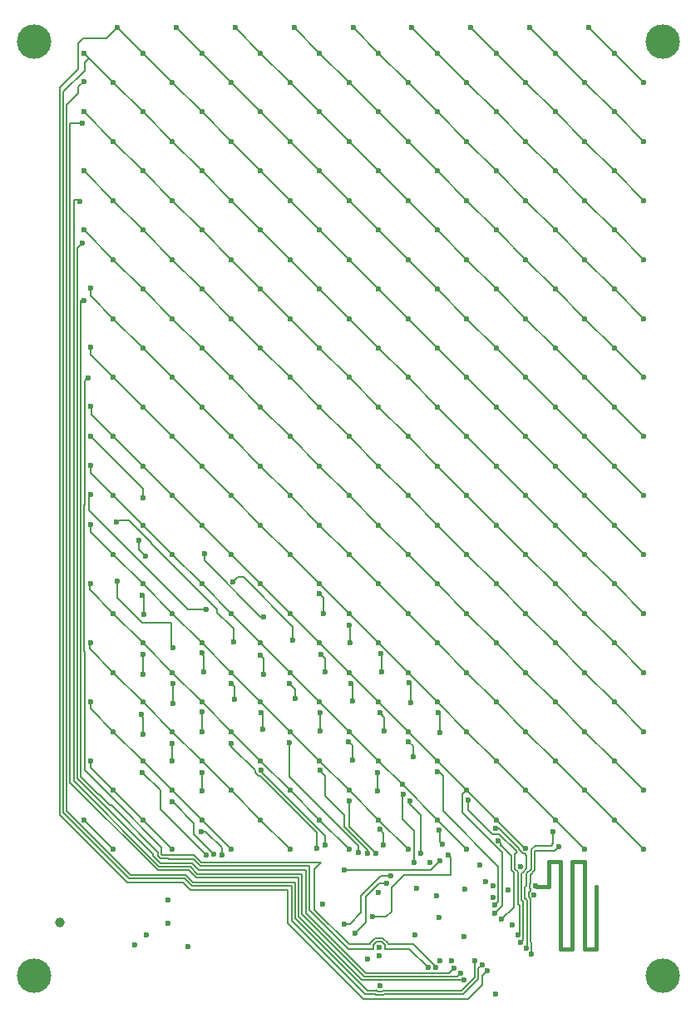
<source format=gbl>
%TF.GenerationSoftware,KiCad,Pcbnew,9.0.1*%
%TF.CreationDate,2025-10-31T14:17:25-04:00*%
%TF.ProjectId,main_display_board,6d61696e-5f64-4697-9370-6c61795f626f,rev?*%
%TF.SameCoordinates,Original*%
%TF.FileFunction,Copper,L4,Bot*%
%TF.FilePolarity,Positive*%
%FSLAX46Y46*%
G04 Gerber Fmt 4.6, Leading zero omitted, Abs format (unit mm)*
G04 Created by KiCad (PCBNEW 9.0.1) date 2025-10-31 14:17:25*
%MOMM*%
%LPD*%
G01*
G04 APERTURE LIST*
%TA.AperFunction,ComponentPad*%
%ADD10C,2.600000*%
%TD*%
%TA.AperFunction,ConnectorPad*%
%ADD11C,3.500000*%
%TD*%
%TA.AperFunction,ViaPad*%
%ADD12C,0.600000*%
%TD*%
%TA.AperFunction,ViaPad*%
%ADD13C,1.000000*%
%TD*%
%TA.AperFunction,Conductor*%
%ADD14C,0.150000*%
%TD*%
%TA.AperFunction,Conductor*%
%ADD15C,0.200000*%
%TD*%
%TA.AperFunction,Conductor*%
%ADD16C,0.400000*%
%TD*%
G04 APERTURE END LIST*
D10*
%TO.P,M3,1,1*%
%TO.N,GND*%
X48475000Y-138437500D03*
D11*
X48475000Y-138437500D03*
%TD*%
D10*
%TO.P,M1,1,1*%
%TO.N,GND*%
X112475000Y-43437500D03*
D11*
X112475000Y-43437500D03*
%TD*%
D10*
%TO.P,M2,1,1*%
%TO.N,GND*%
X48475000Y-43437500D03*
D11*
X48475000Y-43437500D03*
%TD*%
D10*
%TO.P,M4,1,1*%
%TO.N,GND*%
X112475000Y-138437500D03*
D11*
X112475000Y-138437500D03*
%TD*%
D12*
%TO.N,/SMPSLX*%
X89850001Y-126787500D03*
X80125000Y-127737500D03*
%TO.N,/3.3V_PHONE*%
X88824999Y-126927866D03*
X95204624Y-130502865D03*
X83575000Y-129987500D03*
D13*
X51100000Y-133050000D03*
D12*
X59975000Y-134312500D03*
X91025000Y-136927865D03*
X83625000Y-135577865D03*
X94510501Y-128873001D03*
X95507337Y-140304894D03*
%TO.N,LED_6*%
X80575000Y-95625000D03*
X74575000Y-89625000D03*
X101575000Y-116625000D03*
X68575000Y-83625000D03*
X104575000Y-119625000D03*
X83575000Y-98625000D03*
X98575000Y-113625000D03*
X107575000Y-122625000D03*
X77575000Y-92625000D03*
X54280054Y-68575266D03*
X89575000Y-104625000D03*
X62575000Y-77625000D03*
X71575000Y-86625000D03*
X92575000Y-107625000D03*
X56575000Y-71625000D03*
X65575000Y-80625000D03*
X59575000Y-74625000D03*
X99175000Y-136287500D03*
X110575000Y-125625000D03*
X86575000Y-101625000D03*
X95575000Y-110625000D03*
X101975000Y-125337500D03*
%TO.N,LED_28*%
X71575000Y-122625000D03*
X87200000Y-126950000D03*
X54277458Y-104572187D03*
X68575000Y-119625000D03*
X74575000Y-125625000D03*
X59575000Y-110625000D03*
X62575000Y-113625000D03*
X86106985Y-120005515D03*
X65575000Y-116625000D03*
X56575000Y-107625000D03*
%TO.N,LED_19*%
X65600000Y-117850000D03*
X110575000Y-47625000D03*
X66030515Y-101193015D03*
X65500000Y-123850000D03*
X65600000Y-111650000D03*
X65600000Y-113650000D03*
X65800000Y-107550000D03*
X104981351Y-42031351D03*
X67602183Y-126182092D03*
X107575000Y-44625000D03*
X65600000Y-105650000D03*
X54269301Y-89562172D03*
X65600000Y-119650000D03*
%TO.N,LED_2*%
X86575000Y-59625000D03*
X80575000Y-53625000D03*
X83575000Y-56625000D03*
X95575000Y-68625000D03*
X71575000Y-44625000D03*
X77575000Y-50625000D03*
X53425000Y-51775000D03*
X98575000Y-71625000D03*
X74575000Y-47625000D03*
X92319279Y-138931329D03*
X92575000Y-65625000D03*
X107575000Y-80625000D03*
X89575000Y-62625000D03*
X101575000Y-74625000D03*
X110575000Y-83625000D03*
X104575000Y-77625000D03*
X68981351Y-42031351D03*
%TO.N,LED_16*%
X92575000Y-113625000D03*
X89575000Y-110625000D03*
X56575000Y-77625000D03*
X62575000Y-83625000D03*
X59575000Y-80625000D03*
X96100000Y-132750000D03*
X104575000Y-125625000D03*
X86575000Y-107625000D03*
X83575000Y-104625000D03*
X74575000Y-95625000D03*
X71575000Y-92625000D03*
X68575000Y-89625000D03*
X65575000Y-86625000D03*
X98575000Y-119625000D03*
X54225000Y-74587500D03*
X101575000Y-122625000D03*
X95789989Y-124765662D03*
X80575000Y-101625000D03*
X77575000Y-98625000D03*
X95575000Y-116625000D03*
%TO.N,LED_9*%
X92725000Y-120637500D03*
X71575000Y-68625000D03*
X95575000Y-92625000D03*
X110575000Y-107625000D03*
X86575000Y-83625000D03*
X104575000Y-101625000D03*
X56575000Y-53625000D03*
X62575000Y-59625000D03*
X107575000Y-104625000D03*
X77575000Y-74625000D03*
X68575000Y-65625000D03*
X92575000Y-89625000D03*
X59575000Y-56625000D03*
X65575000Y-62625000D03*
X89575000Y-86625000D03*
X74575000Y-71625000D03*
X80575000Y-77625000D03*
X98575000Y-95625000D03*
X97748000Y-134339984D03*
X53575000Y-50625000D03*
X101575000Y-98625000D03*
X83575000Y-80625000D03*
%TO.N,LED_11*%
X80675000Y-104637500D03*
X80738770Y-108770662D03*
X83300000Y-126050000D03*
X80900000Y-116550000D03*
X80600000Y-120650000D03*
X80925000Y-110487500D03*
X80625000Y-102787500D03*
X80534171Y-114706284D03*
%TO.N,LED_15*%
X59575000Y-104625000D03*
X77575000Y-122625000D03*
X90100067Y-125123461D03*
X56575000Y-101625000D03*
X71575000Y-116625000D03*
X80575000Y-125625000D03*
X89775000Y-123687500D03*
X54274713Y-98568874D03*
X68575000Y-113625000D03*
X74575000Y-119625000D03*
X62575000Y-107625000D03*
X65575000Y-110625000D03*
%TO.N,LED_20*%
X62586787Y-120815129D03*
X56975000Y-98337500D03*
X66806422Y-126099818D03*
X62648750Y-108750000D03*
X62600000Y-116650000D03*
X62648750Y-110771025D03*
X62600000Y-114850000D03*
X62650000Y-105100000D03*
%TO.N,LED_23*%
X53975000Y-77637500D03*
X89397551Y-137654098D03*
X92981351Y-42031351D03*
X98575000Y-47625000D03*
X101575000Y-50625000D03*
X104575000Y-53625000D03*
X110575000Y-59625000D03*
X95575000Y-44625000D03*
X107575000Y-56625000D03*
%TO.N,LED_25*%
X95400000Y-131300000D03*
X54239146Y-110654972D03*
X89675000Y-111737500D03*
X89825000Y-113737500D03*
X59575000Y-116625000D03*
X89575000Y-117737500D03*
X68575000Y-125625000D03*
X65575000Y-122625000D03*
X56575000Y-113625000D03*
X62575000Y-119625000D03*
%TO.N,LED_10*%
X83500000Y-117850000D03*
X83725000Y-111737500D03*
X83925000Y-107537500D03*
X53575000Y-122625000D03*
X83775000Y-105737500D03*
X83690164Y-123588694D03*
X84151000Y-113537500D03*
X56575000Y-125625000D03*
X84105114Y-125186625D03*
X83500000Y-119650000D03*
%TO.N,LED_4*%
X101575000Y-92625000D03*
X74575000Y-65625000D03*
X95575000Y-86625000D03*
X107575000Y-98625000D03*
X83575000Y-74625000D03*
X80575000Y-71625000D03*
X110575000Y-101625000D03*
X65575000Y-56625000D03*
X89575000Y-80625000D03*
X98575000Y-89625000D03*
X77575000Y-68625000D03*
X62575000Y-53625000D03*
X71575000Y-62625000D03*
X53575000Y-44625000D03*
X92575000Y-83625000D03*
X104575000Y-95625000D03*
X59575000Y-50625000D03*
X56575000Y-47625000D03*
X68575000Y-59625000D03*
X86575000Y-77625000D03*
X94102318Y-137333083D03*
%TO.N,LED_8*%
X65575000Y-68625000D03*
X104575000Y-107625000D03*
X56575000Y-59625000D03*
X83575000Y-86625000D03*
X68575000Y-71625000D03*
X53575000Y-56625000D03*
X95475000Y-123487500D03*
X86575000Y-89625000D03*
X62575000Y-65625000D03*
X98575000Y-101625000D03*
X59575000Y-62625000D03*
X77575000Y-80625000D03*
X98074738Y-135109091D03*
X89575000Y-92625000D03*
X92575000Y-95625000D03*
X95575000Y-98625000D03*
X74575000Y-77625000D03*
X71575000Y-74625000D03*
X101575000Y-104625000D03*
X80575000Y-83625000D03*
X107575000Y-110625000D03*
X110575000Y-113625000D03*
%TO.N,LED_3*%
X62981351Y-42031351D03*
X93400000Y-136950000D03*
X95575000Y-74625000D03*
X86575000Y-65625000D03*
X89575000Y-68625000D03*
X107575000Y-86625000D03*
X110575000Y-89625000D03*
X104575000Y-83625000D03*
X98575000Y-77625000D03*
X65575000Y-44625000D03*
X101575000Y-80625000D03*
X80575000Y-59625000D03*
X77575000Y-56625000D03*
X68575000Y-47625000D03*
X71575000Y-50625000D03*
X83575000Y-62625000D03*
X92575000Y-71625000D03*
X53600000Y-47500000D03*
X74575000Y-53625000D03*
%TO.N,LED_5*%
X74575000Y-59625000D03*
X68575000Y-53625000D03*
X95575000Y-80625000D03*
X104575000Y-89625000D03*
X89575000Y-74625000D03*
X65575000Y-50625000D03*
X71575000Y-56625000D03*
X80575000Y-65625000D03*
X110575000Y-95625000D03*
X86575000Y-71625000D03*
X94621046Y-137942119D03*
X59575000Y-44625000D03*
X98575000Y-83625000D03*
X92575000Y-77625000D03*
X56981351Y-42031351D03*
X101575000Y-86625000D03*
X77575000Y-62625000D03*
X62575000Y-47625000D03*
X83575000Y-68625000D03*
X107575000Y-92625000D03*
%TO.N,LED_27*%
X86875000Y-110737500D03*
X62575000Y-125625000D03*
X59575000Y-122625000D03*
X86625000Y-114687500D03*
X87075000Y-116237500D03*
X56575000Y-119625000D03*
X86675000Y-108687500D03*
X86813970Y-120712500D03*
X54225000Y-116587500D03*
X87897999Y-126050000D03*
%TO.N,LED_22*%
X110575000Y-65625000D03*
X92575000Y-47625000D03*
X88600001Y-137591542D03*
X101575000Y-56625000D03*
X95575000Y-50625000D03*
X53625000Y-69837500D03*
X104575000Y-59625000D03*
X107575000Y-62625000D03*
X98575000Y-53625000D03*
X89575000Y-44625000D03*
X86981351Y-42031351D03*
%TO.N,LED_0*%
X107575000Y-68625000D03*
X83575000Y-44625000D03*
X80981351Y-42031351D03*
X89575000Y-50625000D03*
X101575000Y-62625000D03*
X91300000Y-137700000D03*
X98575000Y-59625000D03*
X92575000Y-53625000D03*
X86575000Y-47625000D03*
X104575000Y-65625000D03*
X53425000Y-63987500D03*
X110575000Y-71625000D03*
X95575000Y-56625000D03*
%TO.N,LED_18*%
X68900000Y-110350000D03*
X68800000Y-104550000D03*
X77309424Y-125475000D03*
X56925000Y-92337500D03*
X68600000Y-114850000D03*
X68600000Y-108750000D03*
%TO.N,LED_1*%
X110575000Y-77625000D03*
X89575000Y-56625000D03*
X80575000Y-47625000D03*
X107575000Y-74625000D03*
X92575000Y-59625000D03*
X104575000Y-71625000D03*
X53175000Y-59687500D03*
X98575000Y-65625000D03*
X95575000Y-62625000D03*
X77575000Y-44625000D03*
X91900000Y-138250000D03*
X101575000Y-68625000D03*
X83575000Y-50625000D03*
X86575000Y-53625000D03*
X74981351Y-42031351D03*
%TO.N,LED_21*%
X104575000Y-47625000D03*
X66009145Y-126165794D03*
X59581250Y-113931250D03*
X110575000Y-53625000D03*
X59396061Y-111850576D03*
X101575000Y-44625000D03*
X107575000Y-50625000D03*
X59725000Y-101687500D03*
X59575000Y-89887500D03*
X98981351Y-42031351D03*
X59500000Y-117800000D03*
X59575000Y-105787500D03*
X59175000Y-94187500D03*
X59475000Y-99787500D03*
X59625000Y-107787500D03*
X59850000Y-95812500D03*
X54225000Y-83587500D03*
%TO.N,LED_12*%
X78125000Y-107587500D03*
X82423838Y-125987011D03*
X77600000Y-117550000D03*
X77600000Y-111750000D03*
X77575000Y-99587500D03*
X77975000Y-101637500D03*
X77600000Y-113550000D03*
X77725000Y-105787500D03*
%TO.N,LED_7*%
X56575000Y-65625000D03*
X95575000Y-104625000D03*
X62575000Y-71625000D03*
X98575000Y-107625000D03*
X71575000Y-80625000D03*
X104575000Y-113625000D03*
X59575000Y-68625000D03*
X98600000Y-135712500D03*
X65575000Y-74625000D03*
X80575000Y-89625000D03*
X86575000Y-95625000D03*
X74575000Y-83625000D03*
X110575000Y-119625000D03*
X89575000Y-98625000D03*
X107575000Y-116625000D03*
X92575000Y-101625000D03*
X101575000Y-110625000D03*
X101375000Y-123837500D03*
X53575000Y-62625000D03*
X68575000Y-77625000D03*
X77575000Y-86625000D03*
X83575000Y-92625000D03*
%TO.N,LED_24*%
X83575000Y-110625000D03*
X92575000Y-119625000D03*
X56575000Y-83625000D03*
X80575000Y-107625000D03*
X74575000Y-101625000D03*
X86575000Y-113625000D03*
X95453215Y-132098231D03*
X98569588Y-125486011D03*
X77575000Y-104625000D03*
X65575000Y-92625000D03*
X54273798Y-80567757D03*
X71575000Y-98625000D03*
X68575000Y-95625000D03*
X62575000Y-89625000D03*
X59575000Y-86625000D03*
X89575000Y-116625000D03*
X95575000Y-122625000D03*
%TO.N,LED_14*%
X54290712Y-86587404D03*
X85981250Y-119031250D03*
X80575000Y-113625000D03*
X74575000Y-107625000D03*
X65575000Y-98625000D03*
X68575000Y-101625000D03*
X62575000Y-95625000D03*
X77575000Y-110625000D03*
X59575000Y-92625000D03*
X56575000Y-89625000D03*
X89575000Y-122625000D03*
X83575000Y-116625000D03*
X92575000Y-125625000D03*
X71575000Y-104625000D03*
%TO.N,/SMPSFB*%
X82947787Y-132477213D03*
X90649999Y-126212500D03*
%TO.N,LED_13*%
X74500000Y-108750000D03*
X68759024Y-98381883D03*
X74500000Y-114750000D03*
X81520248Y-125946187D03*
X74875000Y-104387500D03*
X75100000Y-110250000D03*
%TO.N,GND*%
X97230558Y-133269463D03*
X58750000Y-135350000D03*
X89775000Y-132527865D03*
X96750000Y-129787500D03*
X62150000Y-133100000D03*
X92275000Y-134477865D03*
X89825000Y-136977865D03*
X87425000Y-129577865D03*
X92325000Y-129627865D03*
X87275000Y-134327865D03*
X95205624Y-129352865D03*
X62150000Y-130800000D03*
X82425000Y-136777865D03*
X77925000Y-131187500D03*
X83625000Y-136457865D03*
X98059525Y-127347025D03*
X83700000Y-139506329D03*
X89525000Y-130327865D03*
X64175000Y-135487500D03*
X99425000Y-130225000D03*
X93851897Y-127187026D03*
%TO.N,SERIAL_D+*%
X81150000Y-134175000D03*
X84375000Y-129037500D03*
%TO.N,SERIAL_D-*%
X80100000Y-133225000D03*
X84800000Y-128312500D03*
%TO.N,/ANTENNA*%
X99565572Y-129365482D03*
%TO.N,LED_17*%
X71615129Y-117597461D03*
X78100612Y-125140009D03*
X71500000Y-105850000D03*
X71850000Y-107800000D03*
X71800000Y-113450000D03*
X71875000Y-101937500D03*
X71600000Y-111750000D03*
X65825000Y-95537500D03*
%TO.N,LED_26*%
X68575000Y-107625000D03*
X77575000Y-116625000D03*
X62575000Y-101625000D03*
X59575000Y-98625000D03*
X54280054Y-92575266D03*
X83575000Y-122625000D03*
X65575000Y-104625000D03*
X56575000Y-95625000D03*
X86575000Y-125625000D03*
X74575000Y-113625000D03*
X71575000Y-110625000D03*
X80575000Y-119625000D03*
%TD*%
D14*
%TO.N,/SMPSLX*%
X88900001Y-127737500D02*
X89850001Y-126787500D01*
X80125000Y-127737500D02*
X88900001Y-127737500D01*
X89850001Y-126787500D02*
X89625000Y-126787500D01*
D15*
%TO.N,LED_6*%
X59575000Y-74625000D02*
X62575000Y-77625000D01*
D14*
X99025000Y-130639588D02*
X98849000Y-130463588D01*
D15*
X68575000Y-83625000D02*
X71575000Y-86625000D01*
D14*
X101475000Y-125787500D02*
X101925000Y-125337500D01*
D15*
X83575000Y-98625000D02*
X86575000Y-101625000D01*
X56575000Y-71625000D02*
X59575000Y-74625000D01*
X107575000Y-122625000D02*
X110575000Y-125625000D01*
X92575000Y-107625000D02*
X95575000Y-110625000D01*
X95575000Y-110625000D02*
X98575000Y-113625000D01*
D14*
X98849000Y-129986412D02*
X99025000Y-129810412D01*
X99025000Y-129091466D02*
X99025000Y-128187500D01*
X99475000Y-127737500D02*
X99475000Y-125787500D01*
D15*
X77575000Y-92625000D02*
X80575000Y-95625000D01*
X54280054Y-68575266D02*
X54280054Y-69330054D01*
X71575000Y-86625000D02*
X74575000Y-89625000D01*
X74575000Y-89625000D02*
X77575000Y-92625000D01*
X62575000Y-77625000D02*
X65575000Y-80625000D01*
X65575000Y-80625000D02*
X68575000Y-83625000D01*
D14*
X99475000Y-125787500D02*
X101475000Y-125787500D01*
X99025000Y-129639498D02*
X98989572Y-129604070D01*
D15*
X104575000Y-119625000D02*
X107575000Y-122625000D01*
D14*
X98849000Y-130463588D02*
X98849000Y-129986412D01*
X99025000Y-135025000D02*
X99025000Y-130639588D01*
X98989572Y-129126894D02*
X99025000Y-129091466D01*
D15*
X98575000Y-113625000D02*
X101575000Y-116625000D01*
X80575000Y-95625000D02*
X83575000Y-98625000D01*
X101575000Y-116625000D02*
X104575000Y-119625000D01*
D14*
X99025000Y-128187500D02*
X99475000Y-127737500D01*
X99175000Y-136287500D02*
X99175000Y-135175000D01*
D15*
X54280054Y-69330054D02*
X56575000Y-71625000D01*
D14*
X99175000Y-135175000D02*
X99025000Y-135025000D01*
X99025000Y-129810412D02*
X99025000Y-129639498D01*
D15*
X86575000Y-101625000D02*
X89575000Y-104625000D01*
D14*
X98989572Y-129604070D02*
X98989572Y-129126894D01*
D15*
X89575000Y-104625000D02*
X92575000Y-107625000D01*
D14*
%TO.N,LED_28*%
X85975000Y-120137500D02*
X86106985Y-120005515D01*
X86500000Y-123050000D02*
X85975000Y-122525000D01*
D15*
X59575000Y-110625000D02*
X62575000Y-113625000D01*
D14*
X85975000Y-122525000D02*
X85975000Y-120137500D01*
D15*
X71575000Y-122625000D02*
X74575000Y-125625000D01*
X54277458Y-104572187D02*
X54175000Y-104674645D01*
X65575000Y-116625000D02*
X68575000Y-119625000D01*
D14*
X87200000Y-123750000D02*
X86500000Y-123050000D01*
D15*
X68575000Y-119625000D02*
X71575000Y-122625000D01*
D14*
X87200000Y-126950000D02*
X87200000Y-123750000D01*
D15*
X56575000Y-107625000D02*
X59575000Y-110625000D01*
X54175000Y-105225000D02*
X56575000Y-107625000D01*
X54175000Y-104674645D02*
X54175000Y-105225000D01*
X62575000Y-113625000D02*
X65575000Y-116625000D01*
D14*
%TO.N,LED_19*%
X65600000Y-113650000D02*
X65600000Y-111650000D01*
X65700000Y-105850000D02*
X65700000Y-105750000D01*
X65800000Y-107550000D02*
X65800000Y-105950000D01*
X65700000Y-105750000D02*
X65600000Y-105650000D01*
X65800000Y-105950000D02*
X65700000Y-105850000D01*
X67602183Y-125466771D02*
X65985412Y-123850000D01*
X54101162Y-91113662D02*
X64180515Y-101193015D01*
X65985412Y-123850000D02*
X65500000Y-123850000D01*
D15*
X107575000Y-44625000D02*
X110575000Y-47625000D01*
D14*
X65600000Y-119650000D02*
X65600000Y-117850000D01*
X67602183Y-126182092D02*
X67602183Y-125466771D01*
D15*
X104981351Y-42031351D02*
X107575000Y-44625000D01*
D14*
X54269301Y-89562172D02*
X54101162Y-89730311D01*
X64180515Y-101193015D02*
X66030515Y-101193015D01*
X54101162Y-89730311D02*
X54101162Y-91113662D01*
D15*
%TO.N,LED_2*%
X89575000Y-62625000D02*
X92575000Y-65625000D01*
D14*
X53425000Y-51775000D02*
X53450000Y-51750000D01*
D15*
X104575000Y-77625000D02*
X107575000Y-80625000D01*
X95575000Y-68625000D02*
X98575000Y-71625000D01*
D14*
X75425000Y-128451000D02*
X64980418Y-128451000D01*
X92319279Y-138931329D02*
X81868829Y-138931329D01*
D15*
X83575000Y-56625000D02*
X86575000Y-59625000D01*
D14*
X52174000Y-51787500D02*
X53412500Y-51787500D01*
D15*
X86575000Y-59625000D02*
X89575000Y-62625000D01*
X107575000Y-80625000D02*
X110575000Y-83625000D01*
X77575000Y-50625000D02*
X80575000Y-53625000D01*
X98575000Y-71625000D02*
X101575000Y-74625000D01*
X80575000Y-53625000D02*
X83575000Y-56625000D01*
X92575000Y-65625000D02*
X95575000Y-68625000D01*
D14*
X61099738Y-127735291D02*
X52174000Y-118809553D01*
X52174000Y-118809553D02*
X52174000Y-51787500D01*
D15*
X74575000Y-47625000D02*
X77575000Y-50625000D01*
D14*
X81868829Y-138931329D02*
X75425000Y-132487500D01*
D15*
X71575000Y-44625000D02*
X74575000Y-47625000D01*
X101575000Y-74625000D02*
X104575000Y-77625000D01*
D14*
X75425000Y-132487500D02*
X75425000Y-128451000D01*
D15*
X68981351Y-42031351D02*
X71575000Y-44625000D01*
D14*
X53412500Y-51787500D02*
X53425000Y-51775000D01*
X64264709Y-127735291D02*
X61099738Y-127735291D01*
X64980418Y-128451000D02*
X64264709Y-127735291D01*
%TO.N,LED_16*%
X95917678Y-124955178D02*
X96125000Y-125162500D01*
X96125000Y-125237500D02*
X97125000Y-126237500D01*
D15*
X89575000Y-110625000D02*
X92575000Y-113625000D01*
X80575000Y-101625000D02*
X83575000Y-104625000D01*
X68575000Y-89625000D02*
X71575000Y-92625000D01*
X92575000Y-113625000D02*
X95575000Y-116625000D01*
X101575000Y-122625000D02*
X104575000Y-125625000D01*
X83575000Y-104625000D02*
X86575000Y-107625000D01*
X71575000Y-92625000D02*
X74575000Y-95625000D01*
X62575000Y-83625000D02*
X65575000Y-86625000D01*
X65575000Y-86625000D02*
X68575000Y-89625000D01*
D14*
X97326000Y-131524000D02*
X96100000Y-132750000D01*
D15*
X98575000Y-119625000D02*
X101575000Y-122625000D01*
D14*
X97125000Y-126237500D02*
X97125000Y-127741889D01*
D15*
X77575000Y-98625000D02*
X80575000Y-101625000D01*
X95575000Y-116625000D02*
X98575000Y-119625000D01*
X54225000Y-75275000D02*
X56575000Y-77625000D01*
X74575000Y-95625000D02*
X77575000Y-98625000D01*
X54225000Y-74587500D02*
X54225000Y-75275000D01*
X86575000Y-107625000D02*
X89575000Y-110625000D01*
D14*
X97125000Y-127741889D02*
X97326000Y-127942889D01*
X95917678Y-124893351D02*
X95917678Y-124955178D01*
D15*
X56575000Y-77625000D02*
X59575000Y-80625000D01*
X59575000Y-80625000D02*
X62575000Y-83625000D01*
D14*
X96025000Y-125000674D02*
X96025000Y-125237500D01*
X95789989Y-124765662D02*
X96025000Y-125000674D01*
X97326000Y-127942889D02*
X97326000Y-131524000D01*
X96125000Y-125162500D02*
X96125000Y-125237500D01*
X95789989Y-124765662D02*
X95917678Y-124893351D01*
D15*
%TO.N,LED_9*%
X104575000Y-101625000D02*
X107575000Y-104625000D01*
X74575000Y-71625000D02*
X77575000Y-74625000D01*
X95575000Y-92625000D02*
X98575000Y-95625000D01*
D14*
X97972000Y-134187500D02*
X97900484Y-134187500D01*
D15*
X62575000Y-59625000D02*
X65575000Y-62625000D01*
D14*
X95713588Y-124063500D02*
X95739588Y-124037500D01*
X97667550Y-125894950D02*
X97483525Y-126078975D01*
X95739588Y-124037500D02*
X95875000Y-124037500D01*
X97972000Y-131382889D02*
X97972000Y-134187500D01*
D15*
X98575000Y-95625000D02*
X101575000Y-98625000D01*
D14*
X92725000Y-120637500D02*
X92725000Y-121587500D01*
D15*
X53575000Y-50625000D02*
X56575000Y-53625000D01*
D14*
X92725000Y-121587500D02*
X95175000Y-124037500D01*
D15*
X77575000Y-74625000D02*
X80575000Y-77625000D01*
X59575000Y-56625000D02*
X62575000Y-59625000D01*
X65575000Y-62625000D02*
X68575000Y-65625000D01*
D14*
X95236412Y-124063500D02*
X95713588Y-124063500D01*
D15*
X92575000Y-89625000D02*
X95575000Y-92625000D01*
D14*
X97642588Y-125809221D02*
X97642588Y-125869987D01*
D15*
X101575000Y-98625000D02*
X104575000Y-101625000D01*
D14*
X97900484Y-134187500D02*
X97748000Y-134339984D01*
D15*
X83575000Y-80625000D02*
X86575000Y-83625000D01*
X68575000Y-65625000D02*
X71575000Y-68625000D01*
D14*
X97483525Y-126078975D02*
X97483525Y-127604025D01*
D15*
X89575000Y-86625000D02*
X92575000Y-89625000D01*
X107575000Y-104625000D02*
X110575000Y-107625000D01*
D14*
X97642588Y-125869987D02*
X97667550Y-125894950D01*
X97796000Y-131206888D02*
X97972000Y-131382889D01*
X97548000Y-125714632D02*
X97642588Y-125809221D01*
D15*
X71575000Y-68625000D02*
X74575000Y-71625000D01*
D14*
X97796000Y-127916500D02*
X97796000Y-131206888D01*
D15*
X80575000Y-77625000D02*
X83575000Y-80625000D01*
D14*
X95175000Y-124037500D02*
X95210412Y-124037500D01*
D15*
X56575000Y-53625000D02*
X59575000Y-56625000D01*
D14*
X95210412Y-124037500D02*
X95236412Y-124063500D01*
X95875000Y-124037500D02*
X97548000Y-125710500D01*
X97483525Y-127604025D02*
X97796000Y-127916500D01*
D15*
X86575000Y-83625000D02*
X89575000Y-86625000D01*
D14*
X97548000Y-125710500D02*
X97548000Y-125714632D01*
%TO.N,LED_11*%
X80675000Y-104637500D02*
X80675000Y-102837500D01*
X80925000Y-110487500D02*
X80925000Y-108987500D01*
X80600000Y-123350000D02*
X80600000Y-120650000D01*
X80925000Y-108987500D02*
X80725000Y-108787500D01*
X83300000Y-126050000D02*
X80600000Y-123350000D01*
X80675000Y-102837500D02*
X80625000Y-102787500D01*
X80900000Y-116550000D02*
X80900000Y-115050000D01*
X80900000Y-115050000D02*
X80600000Y-114750000D01*
%TO.N,LED_15*%
X90100067Y-125123461D02*
X89843143Y-124866537D01*
X89843143Y-124866537D02*
X89843143Y-123755643D01*
D15*
X71575000Y-116625000D02*
X74575000Y-119625000D01*
X65575000Y-110625000D02*
X68575000Y-113625000D01*
X59575000Y-104625000D02*
X62575000Y-107625000D01*
X54175000Y-99225000D02*
X56575000Y-101625000D01*
X56575000Y-101625000D02*
X59575000Y-104625000D01*
X62575000Y-107625000D02*
X65575000Y-110625000D01*
X54175000Y-98668587D02*
X54175000Y-99225000D01*
X77575000Y-122625000D02*
X80575000Y-125625000D01*
X74575000Y-119625000D02*
X77575000Y-122625000D01*
X54274713Y-98568874D02*
X54175000Y-98668587D01*
X68575000Y-113625000D02*
X71575000Y-116625000D01*
D14*
X89843143Y-123755643D02*
X89775000Y-123687500D01*
%TO.N,LED_20*%
X62500000Y-102550000D02*
X59487500Y-102550000D01*
X62700000Y-120850000D02*
X62600000Y-120850000D01*
X56975000Y-100037500D02*
X56975000Y-98337500D01*
X59487500Y-102550000D02*
X56975000Y-100037500D01*
X62650000Y-105100000D02*
X62500000Y-104950000D01*
X66806422Y-126099818D02*
X64800000Y-124093396D01*
X62648750Y-108750000D02*
X62648750Y-108698750D01*
X62500000Y-104950000D02*
X62500000Y-102550000D01*
X64800000Y-124093396D02*
X64800000Y-122950000D01*
X64800000Y-122950000D02*
X62700000Y-120850000D01*
X62600000Y-116650000D02*
X62600000Y-114850000D01*
X62648750Y-110771025D02*
X62648750Y-108750000D01*
D15*
%TO.N,LED_23*%
X98575000Y-47625000D02*
X101575000Y-50625000D01*
D14*
X87098047Y-135275000D02*
X84552000Y-135275000D01*
X56700000Y-120600000D02*
X53649000Y-117549000D01*
X53649000Y-90513500D02*
X53649000Y-81113500D01*
X77745389Y-126949000D02*
X65545388Y-126949000D01*
X82698000Y-135275000D02*
X80558888Y-135275000D01*
X61551000Y-126201000D02*
X61500000Y-126150000D01*
X53675000Y-77937500D02*
X53975000Y-77637500D01*
X61500000Y-126150000D02*
X61500000Y-125400000D01*
X84552000Y-135275000D02*
X84552000Y-135193888D01*
X82698000Y-135193889D02*
X82698000Y-135275000D01*
X61500000Y-125400000D02*
X56700000Y-120600000D01*
D15*
X107575000Y-56625000D02*
X110575000Y-59625000D01*
D14*
X77025000Y-127669389D02*
X77745389Y-126949000D01*
X53649000Y-117549000D02*
X53649000Y-105563500D01*
X53675000Y-105537500D02*
X53626000Y-105488500D01*
X53675000Y-81087500D02*
X53675000Y-77937500D01*
X65545388Y-126949000D02*
X64797388Y-126201000D01*
X77025000Y-131741112D02*
X77025000Y-127669389D01*
X83241024Y-134650865D02*
X82698000Y-135193889D01*
X53626000Y-105488500D02*
X53626000Y-90538500D01*
X64797388Y-126201000D02*
X61551000Y-126201000D01*
X84552000Y-135193888D02*
X84008976Y-134650865D01*
D15*
X101575000Y-50625000D02*
X104575000Y-53625000D01*
X95575000Y-44625000D02*
X98575000Y-47625000D01*
D14*
X80558888Y-135275000D02*
X77025000Y-131741112D01*
X84008976Y-134650865D02*
X83241024Y-134650865D01*
X53649000Y-105563500D02*
X53675000Y-105537500D01*
D15*
X92981351Y-42031351D02*
X95575000Y-44625000D01*
D14*
X89397551Y-137574504D02*
X87098047Y-135275000D01*
X89397551Y-137654098D02*
X89397551Y-137574504D01*
X53625000Y-90537500D02*
X53649000Y-90513500D01*
D15*
X104575000Y-53625000D02*
X107575000Y-56625000D01*
D14*
X53626000Y-90538500D02*
X53625000Y-90537500D01*
X53649000Y-81113500D02*
X53675000Y-81087500D01*
%TO.N,LED_25*%
X90125000Y-118137500D02*
X90125000Y-121737500D01*
D15*
X56575000Y-113625000D02*
X59575000Y-116625000D01*
X54239146Y-111289146D02*
X56575000Y-113625000D01*
D14*
X95780624Y-127393124D02*
X95780624Y-130919376D01*
X89575000Y-117737500D02*
X89825000Y-117737500D01*
X89825000Y-113737500D02*
X89825000Y-111887500D01*
D15*
X62575000Y-119625000D02*
X65575000Y-122625000D01*
D14*
X89575000Y-117737500D02*
X89725000Y-117737500D01*
X89825000Y-111887500D02*
X89675000Y-111737500D01*
D15*
X59575000Y-116625000D02*
X62575000Y-119625000D01*
X54239146Y-110654972D02*
X54239146Y-111289146D01*
X65575000Y-122625000D02*
X68575000Y-125625000D01*
D14*
X95780624Y-130919376D02*
X95400000Y-131300000D01*
X89725000Y-117737500D02*
X90125000Y-118137500D01*
X90125000Y-121737500D02*
X95780624Y-127393124D01*
%TO.N,LED_10*%
X83950000Y-111962500D02*
X83725000Y-111737500D01*
X84105114Y-123955114D02*
X84056584Y-123955114D01*
X84056584Y-123955114D02*
X83690164Y-123588694D01*
X84151000Y-112213500D02*
X83950000Y-112012500D01*
X83925000Y-105887500D02*
X83775000Y-105737500D01*
D15*
X53575000Y-122625000D02*
X56575000Y-125625000D01*
D14*
X84151000Y-113537500D02*
X84151000Y-112213500D01*
X83500000Y-119650000D02*
X83500000Y-117850000D01*
X83950000Y-112012500D02*
X83950000Y-111962500D01*
X83950000Y-112012500D02*
X83775000Y-111837500D01*
X83925000Y-107537500D02*
X83925000Y-105887500D01*
X84105114Y-125186625D02*
X84105114Y-123955114D01*
%TO.N,LED_4*%
X53650000Y-46400000D02*
X53650000Y-45612500D01*
D15*
X92575000Y-83625000D02*
X95575000Y-86625000D01*
D14*
X93751000Y-138810584D02*
X92210584Y-140351000D01*
X84162842Y-140351000D02*
X84080512Y-140433329D01*
X83316024Y-140433329D02*
X83233694Y-140351000D01*
X83233694Y-140351000D02*
X82188500Y-140351000D01*
D15*
X56575000Y-47625000D02*
X59575000Y-50625000D01*
X59575000Y-50625000D02*
X62575000Y-53625000D01*
X89575000Y-80625000D02*
X92575000Y-83625000D01*
D14*
X58154612Y-128551000D02*
X51472000Y-121868388D01*
D15*
X107575000Y-98625000D02*
X110575000Y-101625000D01*
X80575000Y-71625000D02*
X83575000Y-74625000D01*
D14*
X64554611Y-129301000D02*
X63804612Y-128551000D01*
X82188500Y-140351000D02*
X74725000Y-132887500D01*
X63804612Y-128551000D02*
X58154612Y-128551000D01*
D15*
X104575000Y-95625000D02*
X107575000Y-98625000D01*
D14*
X94102318Y-137333083D02*
X93751000Y-137684401D01*
D15*
X95575000Y-86625000D02*
X98575000Y-89625000D01*
X98575000Y-89625000D02*
X101575000Y-92625000D01*
D14*
X51472000Y-48578000D02*
X53650000Y-46400000D01*
D15*
X53575000Y-44625000D02*
X54106250Y-45156250D01*
X54106250Y-45156250D02*
X56575000Y-47625000D01*
D14*
X53650000Y-44700000D02*
X53575000Y-44625000D01*
X74725000Y-129301000D02*
X64554611Y-129301000D01*
X84080512Y-140433329D02*
X83316024Y-140433329D01*
X93751000Y-137684401D02*
X93751000Y-138810584D01*
D15*
X74575000Y-65625000D02*
X77575000Y-68625000D01*
D14*
X53650000Y-45612500D02*
X54106250Y-45156250D01*
D15*
X101575000Y-92625000D02*
X104575000Y-95625000D01*
D14*
X51472000Y-121868388D02*
X51472000Y-48578000D01*
D15*
X83575000Y-74625000D02*
X86575000Y-77625000D01*
D14*
X74725000Y-132887500D02*
X74725000Y-129301000D01*
D15*
X77575000Y-68625000D02*
X80575000Y-71625000D01*
X62575000Y-53625000D02*
X65575000Y-56625000D01*
X86575000Y-77625000D02*
X89575000Y-80625000D01*
X71575000Y-62625000D02*
X74575000Y-65625000D01*
X68575000Y-59625000D02*
X71575000Y-62625000D01*
X65575000Y-56625000D02*
X68575000Y-59625000D01*
D14*
X92210584Y-140351000D02*
X84162842Y-140351000D01*
D15*
%TO.N,LED_8*%
X101575000Y-104625000D02*
X104575000Y-107625000D01*
X56575000Y-59625000D02*
X59575000Y-62625000D01*
D14*
X98323000Y-134860829D02*
X98323000Y-130932889D01*
D15*
X95575000Y-98625000D02*
X98575000Y-101625000D01*
X83575000Y-86625000D02*
X86575000Y-89625000D01*
D14*
X97993588Y-125663832D02*
X97899000Y-125569244D01*
X98323000Y-130932889D02*
X98147000Y-130756888D01*
D15*
X59575000Y-62625000D02*
X62575000Y-65625000D01*
D14*
X97899000Y-125569244D02*
X97899000Y-125511500D01*
D15*
X98575000Y-101625000D02*
X101575000Y-104625000D01*
D14*
X98147000Y-128074138D02*
X98287572Y-127933566D01*
D15*
X104575000Y-107625000D02*
X107575000Y-110625000D01*
X65575000Y-68625000D02*
X68575000Y-71625000D01*
X62575000Y-65625000D02*
X65575000Y-68625000D01*
X71575000Y-74625000D02*
X74575000Y-77625000D01*
X53575000Y-56625000D02*
X56575000Y-59625000D01*
D14*
X97899000Y-125511500D02*
X95875000Y-123487500D01*
X97993588Y-125724599D02*
X97993588Y-125663832D01*
X98287572Y-127932151D02*
X98635525Y-127584199D01*
X98331000Y-126062011D02*
X97993588Y-125724599D01*
X98635525Y-127584199D02*
X98635525Y-126248025D01*
X98147000Y-130756888D02*
X98147000Y-128074138D01*
X95875000Y-123487500D02*
X95525000Y-123487500D01*
X98635525Y-126248025D02*
X98449511Y-126062011D01*
D15*
X92575000Y-95625000D02*
X95575000Y-98625000D01*
X86575000Y-89625000D02*
X89575000Y-92625000D01*
D14*
X53425000Y-56625000D02*
X53575000Y-56625000D01*
D15*
X68575000Y-71625000D02*
X71575000Y-74625000D01*
D14*
X98074738Y-135109091D02*
X98323000Y-134860829D01*
D15*
X80575000Y-83625000D02*
X83575000Y-86625000D01*
D14*
X98449511Y-126062011D02*
X98331000Y-126062011D01*
D15*
X74575000Y-77625000D02*
X77575000Y-80625000D01*
X77575000Y-80625000D02*
X80575000Y-83625000D01*
D14*
X98287572Y-127933566D02*
X98287572Y-127932151D01*
D15*
X107575000Y-110625000D02*
X110575000Y-113625000D01*
X89575000Y-92625000D02*
X92575000Y-95625000D01*
D14*
%TO.N,LED_3*%
X51823000Y-121723000D02*
X51823000Y-49889500D01*
X58300000Y-128200000D02*
X51823000Y-121723000D01*
X84017453Y-140000000D02*
X83935124Y-140082329D01*
X83935124Y-140082329D02*
X83461412Y-140082329D01*
D15*
X65575000Y-44625000D02*
X68575000Y-47625000D01*
D14*
X63950000Y-128200000D02*
X58300000Y-128200000D01*
X83461412Y-140082329D02*
X83305815Y-139926732D01*
D15*
X86575000Y-65625000D02*
X89575000Y-68625000D01*
D14*
X82437500Y-140000000D02*
X75075000Y-132637500D01*
D15*
X74575000Y-53625000D02*
X77575000Y-56625000D01*
D14*
X53025000Y-48687500D02*
X53025000Y-48075000D01*
X93400000Y-136950000D02*
X93400000Y-138665196D01*
D15*
X77575000Y-56625000D02*
X80575000Y-59625000D01*
D14*
X64700000Y-128950000D02*
X63950000Y-128200000D01*
X92065196Y-140000000D02*
X84017453Y-140000000D01*
D15*
X98575000Y-77625000D02*
X101575000Y-80625000D01*
X101575000Y-80625000D02*
X104575000Y-83625000D01*
D14*
X83305815Y-139926732D02*
X83232547Y-140000000D01*
D15*
X95575000Y-74625000D02*
X98575000Y-77625000D01*
D14*
X83232547Y-140000000D02*
X82437500Y-140000000D01*
X75075000Y-128950000D02*
X64700000Y-128950000D01*
X75075000Y-132637500D02*
X75075000Y-128950000D01*
D15*
X104575000Y-83625000D02*
X107575000Y-86625000D01*
X71575000Y-50625000D02*
X74575000Y-53625000D01*
X107575000Y-86625000D02*
X110575000Y-89625000D01*
X89575000Y-68625000D02*
X92575000Y-71625000D01*
X68575000Y-47625000D02*
X71575000Y-50625000D01*
D14*
X51823000Y-49889500D02*
X53025000Y-48687500D01*
X93400000Y-138665196D02*
X92065196Y-140000000D01*
D15*
X92575000Y-71625000D02*
X95575000Y-74625000D01*
X83575000Y-62625000D02*
X86575000Y-65625000D01*
D14*
X53025000Y-48075000D02*
X53600000Y-47500000D01*
D15*
X80575000Y-59625000D02*
X83575000Y-62625000D01*
X62981351Y-42031351D02*
X65575000Y-44625000D01*
D14*
%TO.N,LED_5*%
X57950000Y-129000000D02*
X51100000Y-122150000D01*
D15*
X86575000Y-71625000D02*
X89575000Y-74625000D01*
X92575000Y-77625000D02*
X95575000Y-80625000D01*
X68575000Y-53625000D02*
X71575000Y-56625000D01*
X104575000Y-89625000D02*
X107575000Y-92625000D01*
D14*
X63650000Y-129000000D02*
X57950000Y-129000000D01*
X55862702Y-43150000D02*
X56981351Y-42031351D01*
D15*
X80575000Y-65625000D02*
X83575000Y-68625000D01*
X62575000Y-47625000D02*
X65575000Y-50625000D01*
D14*
X92711695Y-140824000D02*
X82011500Y-140824000D01*
D15*
X71575000Y-56625000D02*
X74575000Y-59625000D01*
D14*
X64400000Y-129750000D02*
X63650000Y-129000000D01*
X53000000Y-43650000D02*
X53500000Y-43150000D01*
D15*
X65575000Y-50625000D02*
X68575000Y-53625000D01*
X95575000Y-80625000D02*
X98575000Y-83625000D01*
D14*
X53500000Y-43150000D02*
X55862702Y-43150000D01*
X53000000Y-46250000D02*
X53000000Y-43650000D01*
X74325000Y-129750000D02*
X64400000Y-129750000D01*
X82011500Y-140824000D02*
X74325000Y-133137500D01*
X74325000Y-133137500D02*
X74325000Y-129750000D01*
D15*
X107575000Y-92625000D02*
X110575000Y-95625000D01*
X89575000Y-74625000D02*
X92575000Y-77625000D01*
D14*
X94102000Y-139433695D02*
X92711695Y-140824000D01*
D15*
X83575000Y-68625000D02*
X86575000Y-71625000D01*
X59575000Y-44625000D02*
X62575000Y-47625000D01*
X74575000Y-59625000D02*
X77575000Y-62625000D01*
X77575000Y-62625000D02*
X80575000Y-65625000D01*
D14*
X94102000Y-138461165D02*
X94102000Y-139433695D01*
D15*
X101575000Y-86625000D02*
X104575000Y-89625000D01*
D14*
X94621046Y-137942119D02*
X94102000Y-138461165D01*
X51100000Y-122150000D02*
X51100000Y-48150000D01*
D15*
X56981351Y-42031351D02*
X59575000Y-44625000D01*
X98575000Y-83625000D02*
X101575000Y-86625000D01*
D14*
X51100000Y-48150000D02*
X53000000Y-46250000D01*
D15*
%TO.N,LED_27*%
X54225000Y-116587500D02*
X54225000Y-117275000D01*
D14*
X86875000Y-108937500D02*
X86675000Y-108737500D01*
X86675000Y-108737500D02*
X86675000Y-108687500D01*
X86813970Y-120712500D02*
X86813970Y-121063970D01*
D15*
X56575000Y-119625000D02*
X59575000Y-122625000D01*
D14*
X86813970Y-121063970D02*
X87897999Y-122147999D01*
X87075000Y-116237500D02*
X87075000Y-115087500D01*
D15*
X54225000Y-117275000D02*
X56575000Y-119625000D01*
D14*
X87897999Y-122147999D02*
X87897999Y-126050000D01*
D15*
X59575000Y-122625000D02*
X62575000Y-125625000D01*
D14*
X86875000Y-110737500D02*
X86875000Y-108937500D01*
X87075000Y-115087500D02*
X86725000Y-114737500D01*
%TO.N,LED_22*%
X53275000Y-69787500D02*
X53625000Y-69787500D01*
D15*
X98575000Y-53625000D02*
X101575000Y-56625000D01*
D14*
X64750000Y-126650000D02*
X62200000Y-126650000D01*
X61405612Y-126552000D02*
X61149000Y-126295388D01*
D15*
X107575000Y-62625000D02*
X110575000Y-65625000D01*
D14*
X56400000Y-121150000D02*
X56250000Y-121150000D01*
X83386412Y-135001865D02*
X83049000Y-135339277D01*
X86733459Y-135725000D02*
X84201000Y-135725000D01*
D15*
X95575000Y-50625000D02*
X98575000Y-53625000D01*
D14*
X62200000Y-126650000D02*
X62102000Y-126552000D01*
X83049000Y-135339277D02*
X83049000Y-135725000D01*
X62102000Y-126552000D02*
X61405612Y-126552000D01*
X84201000Y-135339277D02*
X83863588Y-135001865D01*
D15*
X92575000Y-47625000D02*
X95575000Y-50625000D01*
D14*
X83863588Y-135001865D02*
X83386412Y-135001865D01*
X80512500Y-135725000D02*
X76575000Y-131787500D01*
X83049000Y-135725000D02*
X80512500Y-135725000D01*
X84201000Y-135725000D02*
X84201000Y-135339277D01*
D15*
X86981351Y-42031351D02*
X89575000Y-44625000D01*
X89575000Y-44625000D02*
X92575000Y-47625000D01*
D14*
X61149000Y-126295388D02*
X61149000Y-125899000D01*
X65399999Y-127300000D02*
X64750000Y-126650000D01*
X88600001Y-137591542D02*
X86733459Y-135725000D01*
X61149000Y-125899000D02*
X56400000Y-121150000D01*
D15*
X104575000Y-59625000D02*
X107575000Y-62625000D01*
D14*
X76575000Y-131787500D02*
X76575000Y-127300000D01*
X76575000Y-127300000D02*
X65399999Y-127300000D01*
X56250000Y-121150000D02*
X55100000Y-120000000D01*
D15*
X101575000Y-56625000D02*
X104575000Y-59625000D01*
D14*
X55100000Y-120000000D02*
X55046388Y-120000000D01*
X53275000Y-118228612D02*
X53275000Y-69787500D01*
X55046388Y-120000000D02*
X53275000Y-118228612D01*
D15*
%TO.N,LED_0*%
X86575000Y-47625000D02*
X89575000Y-50625000D01*
D14*
X76175000Y-132141112D02*
X76175000Y-127700000D01*
D15*
X95575000Y-56625000D02*
X98575000Y-59625000D01*
D14*
X82263986Y-138230098D02*
X76175000Y-132141112D01*
X52925000Y-90487500D02*
X52925000Y-64487500D01*
D15*
X83575000Y-44625000D02*
X86575000Y-47625000D01*
X107575000Y-68625000D02*
X110575000Y-71625000D01*
D14*
X60650000Y-126000000D02*
X60550000Y-126000000D01*
D15*
X92575000Y-53625000D02*
X95575000Y-56625000D01*
D14*
X52925000Y-64487500D02*
X53425000Y-63987500D01*
X64626806Y-127023194D02*
X61380418Y-127023194D01*
X90769902Y-138230098D02*
X82263986Y-138230098D01*
X60650000Y-126292776D02*
X60650000Y-126000000D01*
D15*
X101575000Y-62625000D02*
X104575000Y-65625000D01*
X80981351Y-42031351D02*
X83575000Y-44625000D01*
D14*
X61380418Y-127023194D02*
X60650000Y-126292776D01*
X76175000Y-127700000D02*
X65303609Y-127700000D01*
X65303609Y-127700000D02*
X64626806Y-127023194D01*
X52924000Y-118374000D02*
X52924000Y-90488500D01*
X91300000Y-137700000D02*
X90769902Y-138230098D01*
D15*
X89575000Y-50625000D02*
X92575000Y-53625000D01*
X98575000Y-59625000D02*
X101575000Y-62625000D01*
X104575000Y-65625000D02*
X107575000Y-68625000D01*
D14*
X60550000Y-126000000D02*
X52924000Y-118374000D01*
X52924000Y-90488500D02*
X52925000Y-90487500D01*
%TO.N,LED_18*%
X68900000Y-110350000D02*
X68900000Y-109050000D01*
X60425000Y-94487500D02*
X60425000Y-94437500D01*
X71039129Y-117836049D02*
X71039129Y-117589129D01*
X68600000Y-115150000D02*
X68600000Y-114850000D01*
X77300000Y-123950000D02*
X77300000Y-123946388D01*
X71039129Y-117589129D02*
X68600000Y-115150000D01*
X60425000Y-94437500D02*
X58175000Y-92187500D01*
X68800000Y-104550000D02*
X68800000Y-103150000D01*
X56975000Y-92337500D02*
X56925000Y-92337500D01*
X67175000Y-101525000D02*
X67175000Y-101237500D01*
X68800000Y-103150000D02*
X68600000Y-102950000D01*
X67175000Y-101237500D02*
X60425000Y-94487500D01*
X68600000Y-102950000D02*
X67175000Y-101525000D01*
X77300000Y-123946388D02*
X71527072Y-118173461D01*
X58175000Y-92187500D02*
X57125000Y-92187500D01*
X71527072Y-118173461D02*
X71376541Y-118173461D01*
X71376541Y-118173461D02*
X71039129Y-117836049D01*
X68900000Y-109050000D02*
X68700000Y-108850000D01*
X77309424Y-123959424D02*
X77300000Y-123950000D01*
X68700000Y-108850000D02*
X68600000Y-108750000D01*
X57125000Y-92187500D02*
X56975000Y-92337500D01*
X77309424Y-125475000D02*
X77309424Y-123959424D01*
%TO.N,LED_1*%
X82118598Y-138581098D02*
X75775000Y-132237500D01*
D15*
X101575000Y-68625000D02*
X104575000Y-71625000D01*
X80575000Y-47625000D02*
X83575000Y-50625000D01*
X86575000Y-53625000D02*
X89575000Y-56625000D01*
X77575000Y-44625000D02*
X80575000Y-47625000D01*
X98575000Y-65625000D02*
X101575000Y-68625000D01*
X107575000Y-74625000D02*
X110575000Y-77625000D01*
D14*
X52550000Y-118689165D02*
X52550000Y-59587500D01*
D15*
X83575000Y-50625000D02*
X86575000Y-53625000D01*
X95575000Y-62625000D02*
X98575000Y-65625000D01*
D14*
X75775000Y-128100000D02*
X65125806Y-128100000D01*
D15*
X104575000Y-71625000D02*
X107575000Y-74625000D01*
X92575000Y-59625000D02*
X95575000Y-62625000D01*
D14*
X75775000Y-132237500D02*
X75775000Y-128100000D01*
D15*
X53075000Y-59587500D02*
X52550000Y-59587500D01*
D14*
X65125806Y-128100000D02*
X64400000Y-127374194D01*
D15*
X53175000Y-59687500D02*
X53075000Y-59587500D01*
D14*
X91900000Y-138250000D02*
X91568902Y-138581098D01*
D15*
X89575000Y-56625000D02*
X92575000Y-59625000D01*
D14*
X61235029Y-127374194D02*
X52550000Y-118689165D01*
X91568902Y-138581098D02*
X82118598Y-138581098D01*
D15*
X74981351Y-42031351D02*
X77575000Y-44625000D01*
D14*
X64400000Y-127374194D02*
X61235029Y-127374194D01*
D15*
%TO.N,LED_21*%
X98981351Y-42031351D02*
X101575000Y-44625000D01*
D14*
X59175000Y-95137500D02*
X59175000Y-94187500D01*
D15*
X59581250Y-113931250D02*
X59581250Y-112193750D01*
D14*
X66009145Y-126165794D02*
X61350000Y-121506649D01*
X59575000Y-89887500D02*
X59575000Y-88937500D01*
X59725000Y-101687500D02*
X59725000Y-100037500D01*
X61350000Y-121506649D02*
X61350000Y-119800000D01*
X59725000Y-100037500D02*
X59475000Y-99787500D01*
X61350000Y-119600000D02*
X59550000Y-117800000D01*
D15*
X104575000Y-47625000D02*
X107575000Y-50625000D01*
X101575000Y-44625000D02*
X104575000Y-47625000D01*
D14*
X59575000Y-88937500D02*
X54225000Y-83587500D01*
D15*
X107575000Y-50625000D02*
X110575000Y-53625000D01*
D14*
X59625000Y-105837500D02*
X59575000Y-105787500D01*
X61350000Y-119800000D02*
X61350000Y-119600000D01*
D15*
X59581250Y-112193750D02*
X59275000Y-111887500D01*
D14*
X59850000Y-95812500D02*
X59175000Y-95137500D01*
X59625000Y-107787500D02*
X59625000Y-105837500D01*
%TO.N,LED_12*%
X78125000Y-107587500D02*
X78125000Y-106187500D01*
X82423838Y-125670226D02*
X81951806Y-125198194D01*
X78100000Y-118150000D02*
X77600000Y-117650000D01*
X77600000Y-113550000D02*
X77600000Y-111750000D01*
X78100000Y-119050000D02*
X78100000Y-118150000D01*
X78125000Y-106187500D02*
X77725000Y-105787500D01*
X77975000Y-101637500D02*
X77975000Y-100037500D01*
X80100000Y-123346388D02*
X80100000Y-122150000D01*
X82423838Y-125987011D02*
X82423838Y-125670226D01*
X77975000Y-100037500D02*
X77525000Y-99587500D01*
X78100000Y-120150000D02*
X78100000Y-119050000D01*
X81951806Y-125198194D02*
X80100000Y-123346388D01*
X80100000Y-122150000D02*
X78100000Y-120150000D01*
D15*
%TO.N,LED_7*%
X74575000Y-83625000D02*
X77575000Y-86625000D01*
X95575000Y-104625000D02*
X98575000Y-107625000D01*
X101575000Y-110625000D02*
X104575000Y-113625000D01*
D14*
X98638572Y-129287500D02*
X98638572Y-128077540D01*
D15*
X92575000Y-101625000D02*
X95575000Y-104625000D01*
X56575000Y-65625000D02*
X59575000Y-68625000D01*
X71575000Y-80625000D02*
X74575000Y-83625000D01*
D14*
X98638572Y-128077540D02*
X99124000Y-127592112D01*
D15*
X107575000Y-116625000D02*
X110575000Y-119625000D01*
X53575000Y-62625000D02*
X56575000Y-65625000D01*
D14*
X101175000Y-125237500D02*
X101375000Y-125037500D01*
D15*
X86575000Y-95625000D02*
X89575000Y-98625000D01*
X62575000Y-71625000D02*
X65575000Y-74625000D01*
X83575000Y-92625000D02*
X86575000Y-95625000D01*
D14*
X99124000Y-125638500D02*
X99525000Y-125237500D01*
D15*
X104575000Y-113625000D02*
X107575000Y-116625000D01*
D14*
X101375000Y-125037500D02*
X101375000Y-123837500D01*
X99124000Y-127592112D02*
X99124000Y-125638500D01*
X98600000Y-135712500D02*
X98674000Y-135638500D01*
D15*
X68575000Y-77625000D02*
X71575000Y-80625000D01*
X77575000Y-86625000D02*
X80575000Y-89625000D01*
X89575000Y-98625000D02*
X92575000Y-101625000D01*
X59575000Y-68625000D02*
X62575000Y-71625000D01*
D14*
X99525000Y-125237500D02*
X101175000Y-125237500D01*
D15*
X98575000Y-107625000D02*
X101575000Y-110625000D01*
D14*
X98498000Y-130611500D02*
X98498000Y-129428072D01*
X98674000Y-135638500D02*
X98674000Y-130787500D01*
X98498000Y-129428072D02*
X98638572Y-129287500D01*
D15*
X80575000Y-89625000D02*
X83575000Y-92625000D01*
D14*
X98674000Y-130787500D02*
X98498000Y-130611500D01*
D15*
X65575000Y-74625000D02*
X68575000Y-77625000D01*
%TO.N,LED_24*%
X71575000Y-98625000D02*
X74575000Y-101625000D01*
D14*
X92149000Y-120051000D02*
X92575000Y-119625000D01*
D15*
X80575000Y-107625000D02*
X83575000Y-110625000D01*
X56575000Y-83625000D02*
X59575000Y-86625000D01*
X65575000Y-92625000D02*
X68575000Y-95625000D01*
X98569588Y-125486011D02*
X98347511Y-125486011D01*
X92575000Y-119625000D02*
X95575000Y-122625000D01*
X68575000Y-95625000D02*
X71575000Y-98625000D01*
X98275000Y-125325000D02*
X95575000Y-122625000D01*
X89575000Y-116625000D02*
X92575000Y-119625000D01*
D14*
X95551401Y-125341662D02*
X95213989Y-125004250D01*
D15*
X54325000Y-80618959D02*
X54325000Y-81375000D01*
D14*
X92149000Y-121911500D02*
X92149000Y-120051000D01*
X96175000Y-125937500D02*
X95579162Y-125341662D01*
D15*
X59575000Y-86625000D02*
X62575000Y-89625000D01*
X98275000Y-125413500D02*
X98275000Y-125325000D01*
X62575000Y-89625000D02*
X65575000Y-92625000D01*
D14*
X95213989Y-125004250D02*
X95213989Y-124976489D01*
D15*
X77575000Y-104625000D02*
X80575000Y-107625000D01*
D14*
X95213989Y-124976489D02*
X92149000Y-121911500D01*
D15*
X86575000Y-113625000D02*
X89575000Y-116625000D01*
X74575000Y-101625000D02*
X77575000Y-104625000D01*
D14*
X95453215Y-132098231D02*
X96175000Y-131376446D01*
D15*
X83575000Y-110625000D02*
X86575000Y-113625000D01*
X54325000Y-81375000D02*
X56575000Y-83625000D01*
X98347511Y-125486011D02*
X98275000Y-125413500D01*
D14*
X96175000Y-131376446D02*
X96175000Y-125937500D01*
X95579162Y-125341662D02*
X95551401Y-125341662D01*
D15*
X54273798Y-80567757D02*
X54325000Y-80618959D01*
%TO.N,LED_14*%
X74575000Y-107625000D02*
X77575000Y-110625000D01*
X80575000Y-113625000D02*
X83575000Y-116625000D01*
X54275000Y-87325000D02*
X56575000Y-89625000D01*
X59575000Y-92625000D02*
X62575000Y-95625000D01*
X83575000Y-116625000D02*
X85981250Y-119031250D01*
X89575000Y-122625000D02*
X92575000Y-125625000D01*
X71575000Y-104625000D02*
X74575000Y-107625000D01*
X54290712Y-86587404D02*
X54275000Y-86603116D01*
X85981250Y-119031250D02*
X89575000Y-122625000D01*
X65575000Y-98625000D02*
X68575000Y-101625000D01*
X56575000Y-89625000D02*
X59575000Y-92625000D01*
X77575000Y-110625000D02*
X80575000Y-113625000D01*
X62575000Y-95625000D02*
X65575000Y-98625000D01*
X68575000Y-101625000D02*
X71575000Y-104625000D01*
X54275000Y-86603116D02*
X54275000Y-87325000D01*
D14*
%TO.N,/SMPSFB*%
X86100000Y-128250000D02*
X90925000Y-128250000D01*
X84347787Y-132477213D02*
X84900000Y-131925000D01*
X86100000Y-128277088D02*
X86100000Y-128250000D01*
X90925000Y-128250000D02*
X90925000Y-126487501D01*
X84900000Y-129477088D02*
X86100000Y-128277088D01*
X82947787Y-132477213D02*
X84347787Y-132477213D01*
X84900000Y-131925000D02*
X84900000Y-129477088D01*
X90925000Y-126487501D02*
X90649999Y-126212500D01*
%TO.N,LED_13*%
X74500000Y-118242776D02*
X74500000Y-114750000D01*
X75100000Y-109350000D02*
X74500000Y-108750000D01*
X69825000Y-97937500D02*
X69225000Y-97937500D01*
X81520248Y-125946187D02*
X81520248Y-125263024D01*
X74875000Y-104387500D02*
X74875000Y-102987500D01*
X75100000Y-110250000D02*
X75100000Y-109350000D01*
X74875000Y-102987500D02*
X69825000Y-97937500D01*
X81520248Y-125263024D02*
X74500000Y-118242776D01*
X69225000Y-97937500D02*
X68775000Y-98387500D01*
D15*
%TO.N,SERIAL_D+*%
X83675057Y-129037500D02*
X84375000Y-129037500D01*
X82300000Y-130412557D02*
X83675057Y-129037500D01*
X81150000Y-134175000D02*
X82300000Y-133025000D01*
X82300000Y-133025000D02*
X82300000Y-130412557D01*
%TO.N,SERIAL_D-*%
X81800000Y-130345457D02*
X81800000Y-132075000D01*
X80650000Y-133225000D02*
X80100000Y-133225000D01*
X84800000Y-128312500D02*
X83832957Y-128312500D01*
X81800000Y-132075000D02*
X80650000Y-133225000D01*
X83832957Y-128312500D02*
X81800000Y-130345457D01*
D16*
%TO.N,/ANTENNA*%
X105725000Y-135800000D02*
X105725000Y-129400000D01*
X103325000Y-135800000D02*
X103325000Y-126900000D01*
X100925000Y-129400000D02*
X100925000Y-126900000D01*
X103325000Y-126900000D02*
X104525000Y-126900000D01*
X104525000Y-126900000D02*
X104525000Y-135800000D01*
X102125000Y-126900000D02*
X102125000Y-135800000D01*
X104525000Y-135800000D02*
X105725000Y-135800000D01*
X99625000Y-129400000D02*
X100925000Y-129400000D01*
X100925000Y-126900000D02*
X102125000Y-126900000D01*
X102125000Y-135800000D02*
X103325000Y-135800000D01*
D14*
%TO.N,LED_17*%
X71500000Y-105850000D02*
X71400000Y-105750000D01*
X78100612Y-124250612D02*
X71700000Y-117850000D01*
X71800000Y-111950000D02*
X71600000Y-111750000D01*
X78100612Y-125140009D02*
X78100612Y-124250612D01*
X71800000Y-113450000D02*
X71800000Y-111950000D01*
X71700000Y-117850000D02*
X71700000Y-117650000D01*
X71500053Y-101937500D02*
X65825000Y-96262447D01*
X65825000Y-96262447D02*
X65825000Y-95537500D01*
X71700000Y-117650000D02*
X71600000Y-117550000D01*
X71850000Y-106200000D02*
X71500000Y-105850000D01*
X71850000Y-107800000D02*
X71850000Y-106200000D01*
X71875000Y-101937500D02*
X71500053Y-101937500D01*
D15*
%TO.N,LED_26*%
X54280054Y-92575266D02*
X54280054Y-93330054D01*
X68575000Y-107625000D02*
X71575000Y-110625000D01*
X54280054Y-93330054D02*
X56575000Y-95625000D01*
X74575000Y-113625000D02*
X77575000Y-116625000D01*
X77575000Y-116625000D02*
X80575000Y-119625000D01*
X56575000Y-95625000D02*
X59575000Y-98625000D01*
X62575000Y-101625000D02*
X65575000Y-104625000D01*
X59575000Y-98625000D02*
X62575000Y-101625000D01*
X80575000Y-119625000D02*
X83575000Y-122625000D01*
X83575000Y-122625000D02*
X86575000Y-125625000D01*
X71575000Y-110625000D02*
X74575000Y-113625000D01*
X65575000Y-104625000D02*
X68575000Y-107625000D01*
%TD*%
M02*

</source>
